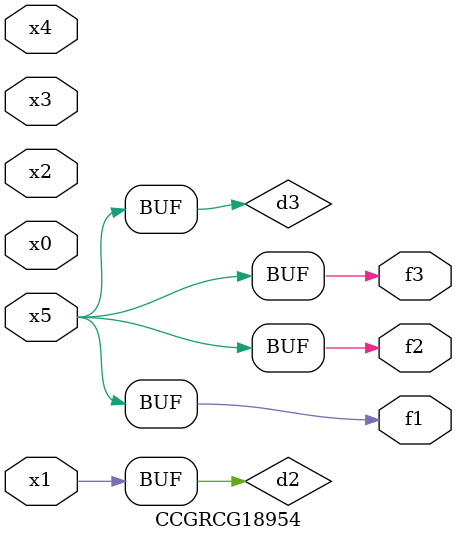
<source format=v>
module CCGRCG18954(
	input x0, x1, x2, x3, x4, x5,
	output f1, f2, f3
);

	wire d1, d2, d3;

	not (d1, x5);
	or (d2, x1);
	xnor (d3, d1);
	assign f1 = d3;
	assign f2 = d3;
	assign f3 = d3;
endmodule

</source>
